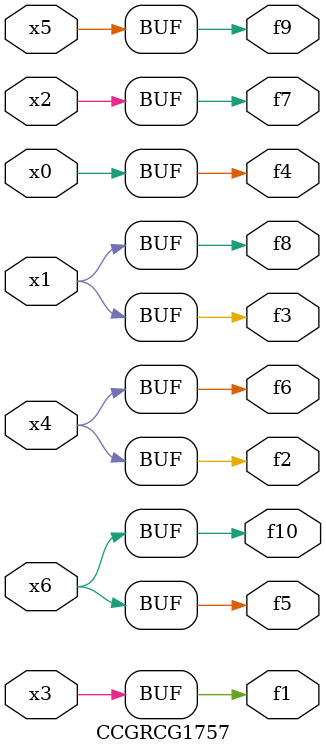
<source format=v>
module CCGRCG1757(
	input x0, x1, x2, x3, x4, x5, x6,
	output f1, f2, f3, f4, f5, f6, f7, f8, f9, f10
);
	assign f1 = x3;
	assign f2 = x4;
	assign f3 = x1;
	assign f4 = x0;
	assign f5 = x6;
	assign f6 = x4;
	assign f7 = x2;
	assign f8 = x1;
	assign f9 = x5;
	assign f10 = x6;
endmodule

</source>
